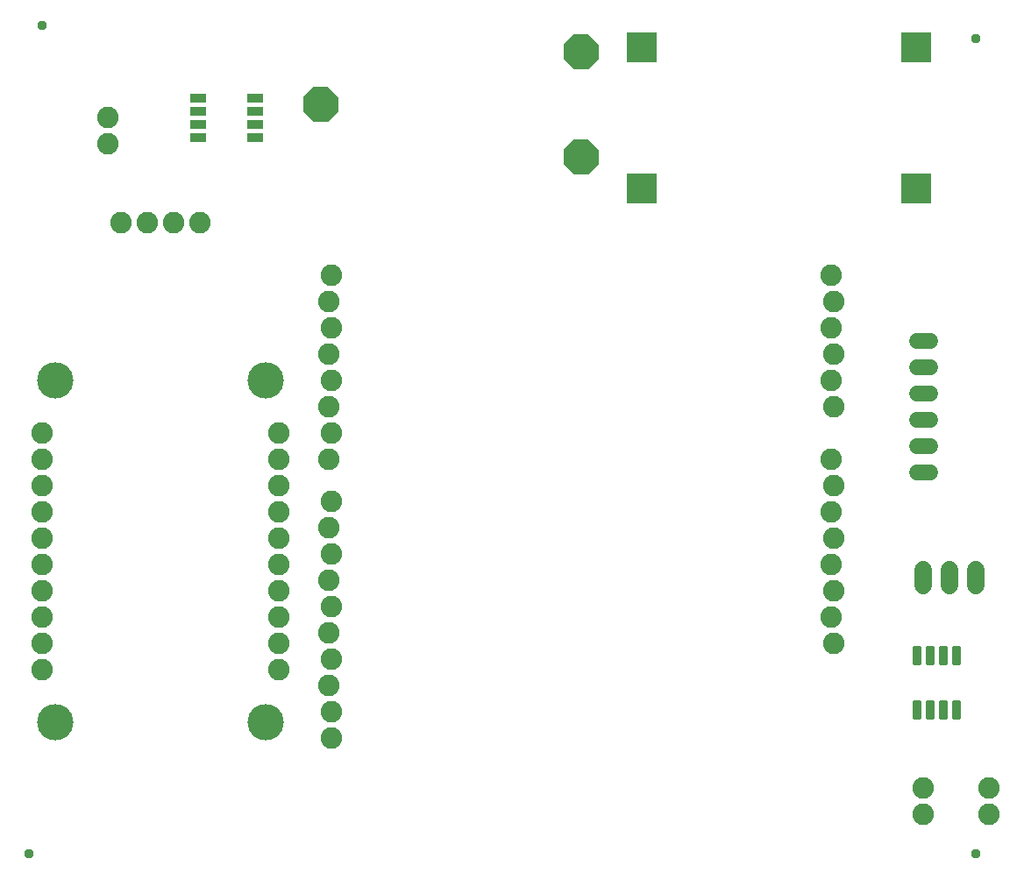
<source format=gbr>
G04 EAGLE Gerber RS-274X export*
G75*
%MOMM*%
%FSLAX34Y34*%
%LPD*%
%INSoldermask Top*%
%IPPOS*%
%AMOC8*
5,1,8,0,0,1.08239X$1,22.5*%
G01*
%ADD10C,2.082800*%
%ADD11C,3.505200*%
%ADD12P,3.629037X8X202.500000*%
%ADD13R,1.503200X0.903200*%
%ADD14C,1.727200*%
%ADD15C,1.524000*%
%ADD16R,3.003200X3.003200*%
%ADD17C,0.353406*%
%ADD18C,0.959600*%


D10*
X777240Y292100D03*
X774700Y317500D03*
X777240Y342900D03*
X774700Y368300D03*
X777240Y393700D03*
X774700Y419100D03*
X777240Y469900D03*
X774700Y495300D03*
X777240Y520700D03*
X774700Y546100D03*
X777240Y571500D03*
X774700Y596900D03*
X292100Y596900D03*
X289560Y571500D03*
X292100Y546100D03*
X289560Y520700D03*
X292100Y495300D03*
X289560Y469900D03*
X292100Y444500D03*
X289560Y419100D03*
X292100Y378460D03*
X289560Y353060D03*
X292100Y327660D03*
X289560Y302260D03*
X292100Y276860D03*
X289560Y251460D03*
X292100Y226060D03*
X289560Y200660D03*
X292100Y175260D03*
X292100Y149860D03*
X774700Y266700D03*
X777240Y241300D03*
D11*
X228600Y165100D03*
X25400Y165100D03*
X25400Y495300D03*
X228600Y495300D03*
D10*
X12700Y215900D03*
X12700Y241300D03*
X12700Y266700D03*
X12700Y292100D03*
X12700Y317500D03*
X12700Y342900D03*
X12700Y368300D03*
X12700Y393700D03*
X12700Y419100D03*
X12700Y444500D03*
X241300Y215900D03*
X241300Y241300D03*
X241300Y266700D03*
X241300Y292100D03*
X241300Y317500D03*
X241300Y342900D03*
X241300Y368300D03*
X241300Y393700D03*
X241300Y419100D03*
X241300Y444500D03*
D12*
X533400Y812800D03*
X533400Y711200D03*
X281940Y762000D03*
D13*
X218000Y755650D03*
X218000Y768350D03*
X218000Y742950D03*
X218000Y730250D03*
X163000Y755650D03*
X163000Y768350D03*
X163000Y742950D03*
X163000Y730250D03*
D10*
X863600Y76200D03*
X863600Y101600D03*
X88900Y647700D03*
X114300Y647700D03*
X139700Y647700D03*
X165100Y647700D03*
X76200Y723900D03*
X76200Y749300D03*
X927100Y101600D03*
X927100Y76200D03*
D14*
X863600Y297180D02*
X863600Y312420D01*
X889000Y312420D02*
X889000Y297180D01*
X914400Y297180D02*
X914400Y312420D01*
D15*
X870204Y533400D02*
X856996Y533400D01*
X856996Y508000D02*
X870204Y508000D01*
X870204Y482600D02*
X856996Y482600D01*
X856996Y457200D02*
X870204Y457200D01*
X870204Y431800D02*
X856996Y431800D01*
X856996Y406400D02*
X870204Y406400D01*
D16*
X591500Y681200D03*
X591500Y817400D03*
X856300Y817400D03*
X856300Y681200D03*
D17*
X893101Y237049D02*
X893101Y221851D01*
X893101Y237049D02*
X897599Y237049D01*
X897599Y221851D01*
X893101Y221851D01*
X893101Y225208D02*
X897599Y225208D01*
X897599Y228565D02*
X893101Y228565D01*
X893101Y231922D02*
X897599Y231922D01*
X897599Y235279D02*
X893101Y235279D01*
X880401Y237049D02*
X880401Y221851D01*
X880401Y237049D02*
X884899Y237049D01*
X884899Y221851D01*
X880401Y221851D01*
X880401Y225208D02*
X884899Y225208D01*
X884899Y228565D02*
X880401Y228565D01*
X880401Y231922D02*
X884899Y231922D01*
X884899Y235279D02*
X880401Y235279D01*
X867701Y237049D02*
X867701Y221851D01*
X867701Y237049D02*
X872199Y237049D01*
X872199Y221851D01*
X867701Y221851D01*
X867701Y225208D02*
X872199Y225208D01*
X872199Y228565D02*
X867701Y228565D01*
X867701Y231922D02*
X872199Y231922D01*
X872199Y235279D02*
X867701Y235279D01*
X855001Y237049D02*
X855001Y221851D01*
X855001Y237049D02*
X859499Y237049D01*
X859499Y221851D01*
X855001Y221851D01*
X855001Y225208D02*
X859499Y225208D01*
X859499Y228565D02*
X855001Y228565D01*
X855001Y231922D02*
X859499Y231922D01*
X859499Y235279D02*
X855001Y235279D01*
X855001Y184549D02*
X855001Y169351D01*
X855001Y184549D02*
X859499Y184549D01*
X859499Y169351D01*
X855001Y169351D01*
X855001Y172708D02*
X859499Y172708D01*
X859499Y176065D02*
X855001Y176065D01*
X855001Y179422D02*
X859499Y179422D01*
X859499Y182779D02*
X855001Y182779D01*
X867701Y184549D02*
X867701Y169351D01*
X867701Y184549D02*
X872199Y184549D01*
X872199Y169351D01*
X867701Y169351D01*
X867701Y172708D02*
X872199Y172708D01*
X872199Y176065D02*
X867701Y176065D01*
X867701Y179422D02*
X872199Y179422D01*
X872199Y182779D02*
X867701Y182779D01*
X880401Y184549D02*
X880401Y169351D01*
X880401Y184549D02*
X884899Y184549D01*
X884899Y169351D01*
X880401Y169351D01*
X880401Y172708D02*
X884899Y172708D01*
X884899Y176065D02*
X880401Y176065D01*
X880401Y179422D02*
X884899Y179422D01*
X884899Y182779D02*
X880401Y182779D01*
X893101Y184549D02*
X893101Y169351D01*
X893101Y184549D02*
X897599Y184549D01*
X897599Y169351D01*
X893101Y169351D01*
X893101Y172708D02*
X897599Y172708D01*
X897599Y176065D02*
X893101Y176065D01*
X893101Y179422D02*
X897599Y179422D01*
X897599Y182779D02*
X893101Y182779D01*
D18*
X12700Y838200D03*
X914400Y825500D03*
X914400Y38100D03*
X0Y38100D03*
M02*

</source>
